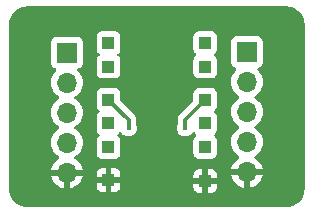
<source format=gbl>
%TF.GenerationSoftware,KiCad,Pcbnew,8.0.3*%
%TF.CreationDate,2024-08-04T06:55:43+12:00*%
%TF.ProjectId,sot23-6,736f7432-332d-4362-9e6b-696361645f70,rev?*%
%TF.SameCoordinates,Original*%
%TF.FileFunction,Copper,L2,Bot*%
%TF.FilePolarity,Positive*%
%FSLAX46Y46*%
G04 Gerber Fmt 4.6, Leading zero omitted, Abs format (unit mm)*
G04 Created by KiCad (PCBNEW 8.0.3) date 2024-08-04 06:55:43*
%MOMM*%
%LPD*%
G01*
G04 APERTURE LIST*
%TA.AperFunction,ComponentPad*%
%ADD10R,1.000000X1.000000*%
%TD*%
%TA.AperFunction,ComponentPad*%
%ADD11R,1.700000X1.700000*%
%TD*%
%TA.AperFunction,ComponentPad*%
%ADD12O,1.700000X1.700000*%
%TD*%
%TA.AperFunction,ViaPad*%
%ADD13C,0.600000*%
%TD*%
%TA.AperFunction,ViaPad*%
%ADD14C,0.400000*%
%TD*%
%TA.AperFunction,Conductor*%
%ADD15C,0.300000*%
%TD*%
%ADD16C,0.300000*%
%ADD17C,0.200000*%
%ADD18C,0.350000*%
G04 APERTURE END LIST*
D10*
%TO.P,TP105,1,1*%
%TO.N,Net-(J101-Pin_2)*%
X-27100000Y-13400000D03*
%TD*%
%TO.P,TP102,1,1*%
%TO.N,Net-(J101-Pin_1)*%
X-27100000Y-10600000D03*
%TD*%
%TO.P,TP103,1,1*%
%TO.N,Net-(J102-Pin_1)*%
X-18900000Y-10600000D03*
%TD*%
%TO.P,TP104,1,1*%
%TO.N,Net-(J102-Pin_1)*%
X-18900000Y-8600000D03*
%TD*%
%TO.P,TP107,1,1*%
%TO.N,Net-(J101-Pin_4)*%
X-27100000Y-17400000D03*
%TD*%
%TO.P,TP108,1,1*%
%TO.N,Net-(J102-Pin_4)*%
X-18900000Y-17400000D03*
%TD*%
%TO.P,TP110,1,1*%
%TO.N,Net-(J102-Pin_2)*%
X-18900000Y-13400000D03*
%TD*%
%TO.P,TP111,1,1*%
%TO.N,GND*%
X-27100000Y-20200000D03*
%TD*%
%TO.P,TP109,1,1*%
%TO.N,Net-(J102-Pin_3)*%
X-18900000Y-15400000D03*
%TD*%
%TO.P,TP112,1,1*%
%TO.N,GND*%
X-18900000Y-20300000D03*
%TD*%
%TO.P,TP106,1,1*%
%TO.N,Net-(J101-Pin_3)*%
X-27100000Y-15400000D03*
%TD*%
%TO.P,TP101,1,1*%
%TO.N,Net-(J101-Pin_1)*%
X-27100000Y-8600000D03*
%TD*%
D11*
%TO.P,J102,1,Pin_1*%
%TO.N,Net-(J102-Pin_1)*%
X-15380000Y-9360000D03*
D12*
%TO.P,J102,2,Pin_2*%
%TO.N,Net-(J102-Pin_2)*%
X-15380000Y-11900000D03*
%TO.P,J102,3,Pin_3*%
%TO.N,Net-(J102-Pin_3)*%
X-15380000Y-14440000D03*
%TO.P,J102,4,Pin_4*%
%TO.N,Net-(J102-Pin_4)*%
X-15380000Y-16980000D03*
%TO.P,J102,5,Pin_5*%
%TO.N,GND*%
X-15380000Y-19520000D03*
%TD*%
D11*
%TO.P,J101,1,Pin_1*%
%TO.N,Net-(J101-Pin_1)*%
X-30620000Y-9420000D03*
D12*
%TO.P,J101,2,Pin_2*%
%TO.N,Net-(J101-Pin_2)*%
X-30620000Y-11960000D03*
%TO.P,J101,3,Pin_3*%
%TO.N,Net-(J101-Pin_3)*%
X-30620000Y-14500000D03*
%TO.P,J101,4,Pin_4*%
%TO.N,Net-(J101-Pin_4)*%
X-30620000Y-17040000D03*
%TO.P,J101,5,Pin_5*%
%TO.N,GND*%
X-30620000Y-19580000D03*
%TD*%
D13*
%TO.N,GND*%
X-21000000Y-22000000D03*
D14*
X-20500000Y-13840380D03*
D13*
X-27000000Y-22000000D03*
X-29000000Y-6000000D03*
X-27000000Y-6000000D03*
X-13000000Y-22000000D03*
X-21000000Y-6000000D03*
X-25000000Y-6000000D03*
X-11000000Y-8000000D03*
X-35000000Y-20000000D03*
D14*
X-23000000Y-11200000D03*
D13*
X-35000000Y-10000000D03*
D14*
X-25437500Y-13837500D03*
D13*
X-13000000Y-6000000D03*
X-15000000Y-6000000D03*
X-35000000Y-18000000D03*
X-11000000Y-12000000D03*
X-19000000Y-22000000D03*
X-35000000Y-12000000D03*
D14*
X-23000000Y-14800000D03*
D13*
X-17000000Y-22000000D03*
X-19000000Y-6000000D03*
X-25000000Y-22000000D03*
X-33000000Y-6000000D03*
X-31000000Y-6000000D03*
D14*
X-25800000Y-13100000D03*
D13*
X-31000000Y-22000000D03*
X-33000000Y-22000000D03*
X-11000000Y-14000000D03*
X-35000000Y-14000000D03*
X-35000000Y-8000000D03*
X-15000000Y-22000000D03*
X-11000000Y-20000000D03*
X-29000000Y-22000000D03*
D14*
X-20200000Y-13100000D03*
D13*
X-11000000Y-10000000D03*
X-23000000Y-22000000D03*
X-23000000Y-6000000D03*
X-17000000Y-6000000D03*
X-11000000Y-18000000D03*
X-35000000Y-16000000D03*
X-11000000Y-16000000D03*
D14*
%TO.N,Net-(J101-Pin_2)*%
X-25400000Y-15800000D03*
%TO.N,Net-(J102-Pin_2)*%
X-20600000Y-15800000D03*
%TD*%
D15*
%TO.N,Net-(J101-Pin_2)*%
X-25400000Y-15100000D02*
X-27100000Y-13400000D01*
X-25400000Y-15800000D02*
X-25400000Y-15100000D01*
%TO.N,Net-(J102-Pin_2)*%
X-20600000Y-15100000D02*
X-20600000Y-15800000D01*
X-18900000Y-13400000D02*
X-20600000Y-15100000D01*
%TD*%
%TA.AperFunction,Conductor*%
%TO.N,GND*%
G36*
X-11995582Y-5500816D02*
G01*
X-11795439Y-5515130D01*
X-11777937Y-5517647D01*
X-11586203Y-5559355D01*
X-11569245Y-5564334D01*
X-11385391Y-5632909D01*
X-11369299Y-5640259D01*
X-11197096Y-5734288D01*
X-11182216Y-5743849D01*
X-11025133Y-5861441D01*
X-11011763Y-5873027D01*
X-10873028Y-6011762D01*
X-10861442Y-6025132D01*
X-10743854Y-6182210D01*
X-10734289Y-6197095D01*
X-10640260Y-6369298D01*
X-10632910Y-6385390D01*
X-10564338Y-6569236D01*
X-10559354Y-6586212D01*
X-10517649Y-6777931D01*
X-10515131Y-6795442D01*
X-10500816Y-6995580D01*
X-10500500Y-7004427D01*
X-10500500Y-20995572D01*
X-10500816Y-21004419D01*
X-10515131Y-21204557D01*
X-10517649Y-21222068D01*
X-10559354Y-21413787D01*
X-10564338Y-21430763D01*
X-10632910Y-21614609D01*
X-10640260Y-21630701D01*
X-10734289Y-21802904D01*
X-10743854Y-21817789D01*
X-10861442Y-21974867D01*
X-10873028Y-21988237D01*
X-11011763Y-22126972D01*
X-11025133Y-22138558D01*
X-11182211Y-22256146D01*
X-11197096Y-22265711D01*
X-11369299Y-22359740D01*
X-11385391Y-22367090D01*
X-11569237Y-22435662D01*
X-11586213Y-22440646D01*
X-11777932Y-22482351D01*
X-11795443Y-22484869D01*
X-11976221Y-22497799D01*
X-11995583Y-22499184D01*
X-12004428Y-22499500D01*
X-33995572Y-22499500D01*
X-34004418Y-22499184D01*
X-34026378Y-22497613D01*
X-34204558Y-22484869D01*
X-34222069Y-22482351D01*
X-34413788Y-22440646D01*
X-34430764Y-22435662D01*
X-34614610Y-22367090D01*
X-34630702Y-22359740D01*
X-34802905Y-22265711D01*
X-34817790Y-22256146D01*
X-34974868Y-22138558D01*
X-34988238Y-22126972D01*
X-35126973Y-21988237D01*
X-35138559Y-21974867D01*
X-35256151Y-21817784D01*
X-35265712Y-21802904D01*
X-35359741Y-21630701D01*
X-35367091Y-21614609D01*
X-35427909Y-21451551D01*
X-35435666Y-21430755D01*
X-35440645Y-21413797D01*
X-35482353Y-21222063D01*
X-35484870Y-21204556D01*
X-35485196Y-21200000D01*
X-35499184Y-21004418D01*
X-35499500Y-20995572D01*
X-35499500Y-11959999D01*
X-31975659Y-11959999D01*
X-31975659Y-11960000D01*
X-31955064Y-12195403D01*
X-31955062Y-12195413D01*
X-31893906Y-12423655D01*
X-31893904Y-12423659D01*
X-31893903Y-12423663D01*
X-31822012Y-12577834D01*
X-31794035Y-12637830D01*
X-31794033Y-12637834D01*
X-31658499Y-12831395D01*
X-31658494Y-12831402D01*
X-31491403Y-12998493D01*
X-31491397Y-12998498D01*
X-31305842Y-13128425D01*
X-31262217Y-13183002D01*
X-31255023Y-13252500D01*
X-31286546Y-13314855D01*
X-31305842Y-13331575D01*
X-31491403Y-13461505D01*
X-31658495Y-13628597D01*
X-31794035Y-13822169D01*
X-31794036Y-13822171D01*
X-31893902Y-14036335D01*
X-31893906Y-14036344D01*
X-31955062Y-14264586D01*
X-31955064Y-14264596D01*
X-31975659Y-14499999D01*
X-31975659Y-14500000D01*
X-31955064Y-14735403D01*
X-31955062Y-14735413D01*
X-31893906Y-14963655D01*
X-31893904Y-14963659D01*
X-31893903Y-14963663D01*
X-31822012Y-15117834D01*
X-31794035Y-15177830D01*
X-31794033Y-15177834D01*
X-31658499Y-15371395D01*
X-31658494Y-15371402D01*
X-31491403Y-15538493D01*
X-31491397Y-15538498D01*
X-31305842Y-15668425D01*
X-31262217Y-15723002D01*
X-31255023Y-15792500D01*
X-31286546Y-15854855D01*
X-31305842Y-15871575D01*
X-31491403Y-16001505D01*
X-31658495Y-16168597D01*
X-31794035Y-16362169D01*
X-31794036Y-16362171D01*
X-31893902Y-16576335D01*
X-31893906Y-16576344D01*
X-31955062Y-16804586D01*
X-31955064Y-16804596D01*
X-31975659Y-17039999D01*
X-31975659Y-17040000D01*
X-31955064Y-17275403D01*
X-31955062Y-17275413D01*
X-31893906Y-17503655D01*
X-31893904Y-17503659D01*
X-31893903Y-17503663D01*
X-31822012Y-17657834D01*
X-31794035Y-17717830D01*
X-31794033Y-17717834D01*
X-31658499Y-17911395D01*
X-31658494Y-17911402D01*
X-31491403Y-18078493D01*
X-31491397Y-18078498D01*
X-31305406Y-18208730D01*
X-31261781Y-18263307D01*
X-31254587Y-18332805D01*
X-31286110Y-18395160D01*
X-31305405Y-18411880D01*
X-31491078Y-18541890D01*
X-31491080Y-18541891D01*
X-31658109Y-18708920D01*
X-31658114Y-18708926D01*
X-31793600Y-18902420D01*
X-31793601Y-18902422D01*
X-31893430Y-19116507D01*
X-31893433Y-19116513D01*
X-31950636Y-19329999D01*
X-31950636Y-19330000D01*
X-31053012Y-19330000D01*
X-31085925Y-19387007D01*
X-31120000Y-19514174D01*
X-31120000Y-19645826D01*
X-31085925Y-19772993D01*
X-31053012Y-19830000D01*
X-31950636Y-19830000D01*
X-31893433Y-20043486D01*
X-31893430Y-20043492D01*
X-31793601Y-20257578D01*
X-31658106Y-20451082D01*
X-31491083Y-20618105D01*
X-31297579Y-20753600D01*
X-31083493Y-20853429D01*
X-31083484Y-20853433D01*
X-30870000Y-20910634D01*
X-30870000Y-20013012D01*
X-30812993Y-20045925D01*
X-30685826Y-20080000D01*
X-30554174Y-20080000D01*
X-30427007Y-20045925D01*
X-30370000Y-20013012D01*
X-30370000Y-20910633D01*
X-30156517Y-20853433D01*
X-30156508Y-20853429D01*
X-29942422Y-20753600D01*
X-29934202Y-20747844D01*
X-28100000Y-20747844D01*
X-28093599Y-20807372D01*
X-28093597Y-20807379D01*
X-28043355Y-20942086D01*
X-28043351Y-20942093D01*
X-27957191Y-21057187D01*
X-27957188Y-21057190D01*
X-27842094Y-21143350D01*
X-27842087Y-21143354D01*
X-27707380Y-21193596D01*
X-27707373Y-21193598D01*
X-27647845Y-21199999D01*
X-27647828Y-21200000D01*
X-27350000Y-21200000D01*
X-26850000Y-21200000D01*
X-26552172Y-21200000D01*
X-26552156Y-21199999D01*
X-26492628Y-21193598D01*
X-26492621Y-21193596D01*
X-26357914Y-21143354D01*
X-26357907Y-21143350D01*
X-26242813Y-21057190D01*
X-26242810Y-21057187D01*
X-26156650Y-20942093D01*
X-26156646Y-20942086D01*
X-26121496Y-20847844D01*
X-19900000Y-20847844D01*
X-19893599Y-20907372D01*
X-19893597Y-20907379D01*
X-19843355Y-21042086D01*
X-19843351Y-21042093D01*
X-19757191Y-21157187D01*
X-19757188Y-21157190D01*
X-19642094Y-21243350D01*
X-19642087Y-21243354D01*
X-19507380Y-21293596D01*
X-19507373Y-21293598D01*
X-19447845Y-21299999D01*
X-19447828Y-21300000D01*
X-19150000Y-21300000D01*
X-18650000Y-21300000D01*
X-18352172Y-21300000D01*
X-18352156Y-21299999D01*
X-18292628Y-21293598D01*
X-18292621Y-21293596D01*
X-18157914Y-21243354D01*
X-18157907Y-21243350D01*
X-18042813Y-21157190D01*
X-18042810Y-21157187D01*
X-17956650Y-21042093D01*
X-17956646Y-21042086D01*
X-17906404Y-20907379D01*
X-17906402Y-20907372D01*
X-17900001Y-20847844D01*
X-17900000Y-20847827D01*
X-17900000Y-20550000D01*
X-18650000Y-20550000D01*
X-18650000Y-21300000D01*
X-19150000Y-21300000D01*
X-19150000Y-20550000D01*
X-19900000Y-20550000D01*
X-19900000Y-20847844D01*
X-26121496Y-20847844D01*
X-26106404Y-20807379D01*
X-26106402Y-20807372D01*
X-26100001Y-20747844D01*
X-26100000Y-20747827D01*
X-26100000Y-20450000D01*
X-26850000Y-20450000D01*
X-26850000Y-21200000D01*
X-27350000Y-21200000D01*
X-27350000Y-20450000D01*
X-28100000Y-20450000D01*
X-28100000Y-20747844D01*
X-29934202Y-20747844D01*
X-29748918Y-20618105D01*
X-29581895Y-20451082D01*
X-29446400Y-20257578D01*
X-29396363Y-20150272D01*
X-27350000Y-20150272D01*
X-27350000Y-20249728D01*
X-27311940Y-20341614D01*
X-27241614Y-20411940D01*
X-27149728Y-20450000D01*
X-27050272Y-20450000D01*
X-26958386Y-20411940D01*
X-26888060Y-20341614D01*
X-26850225Y-20250272D01*
X-19150000Y-20250272D01*
X-19150000Y-20349728D01*
X-19111940Y-20441614D01*
X-19041614Y-20511940D01*
X-18949728Y-20550000D01*
X-18850272Y-20550000D01*
X-18758386Y-20511940D01*
X-18688060Y-20441614D01*
X-18650000Y-20349728D01*
X-18650000Y-20250272D01*
X-18688060Y-20158386D01*
X-18758386Y-20088060D01*
X-18850272Y-20050000D01*
X-18650000Y-20050000D01*
X-17900000Y-20050000D01*
X-17900000Y-19752172D01*
X-17900001Y-19752155D01*
X-17906402Y-19692627D01*
X-17906404Y-19692620D01*
X-17956646Y-19557913D01*
X-17956650Y-19557906D01*
X-18042810Y-19442812D01*
X-18042813Y-19442809D01*
X-18157907Y-19356649D01*
X-18157914Y-19356645D01*
X-18292621Y-19306403D01*
X-18292628Y-19306401D01*
X-18352156Y-19300000D01*
X-18650000Y-19300000D01*
X-18650000Y-20050000D01*
X-18850272Y-20050000D01*
X-18949728Y-20050000D01*
X-19041614Y-20088060D01*
X-19111940Y-20158386D01*
X-19150000Y-20250272D01*
X-26850225Y-20250272D01*
X-26850000Y-20249728D01*
X-26850000Y-20150272D01*
X-26888060Y-20058386D01*
X-26958386Y-19988060D01*
X-27050272Y-19950000D01*
X-26850000Y-19950000D01*
X-26100000Y-19950000D01*
X-26100000Y-19752155D01*
X-19900000Y-19752155D01*
X-19900000Y-20050000D01*
X-19150000Y-20050000D01*
X-19150000Y-19300000D01*
X-19447845Y-19300000D01*
X-19507373Y-19306401D01*
X-19507380Y-19306403D01*
X-19642087Y-19356645D01*
X-19642094Y-19356649D01*
X-19757188Y-19442809D01*
X-19757191Y-19442812D01*
X-19843351Y-19557906D01*
X-19843355Y-19557913D01*
X-19893597Y-19692620D01*
X-19893599Y-19692627D01*
X-19900000Y-19752155D01*
X-26100000Y-19752155D01*
X-26100000Y-19652172D01*
X-26100001Y-19652155D01*
X-26106402Y-19592627D01*
X-26106404Y-19592620D01*
X-26156646Y-19457913D01*
X-26156650Y-19457906D01*
X-26242810Y-19342812D01*
X-26242813Y-19342809D01*
X-26357907Y-19256649D01*
X-26357914Y-19256645D01*
X-26492621Y-19206403D01*
X-26492628Y-19206401D01*
X-26552156Y-19200000D01*
X-26850000Y-19200000D01*
X-26850000Y-19950000D01*
X-27050272Y-19950000D01*
X-27149728Y-19950000D01*
X-27241614Y-19988060D01*
X-27311940Y-20058386D01*
X-27350000Y-20150272D01*
X-29396363Y-20150272D01*
X-29346571Y-20043492D01*
X-29346568Y-20043486D01*
X-29289364Y-19830000D01*
X-30186988Y-19830000D01*
X-30154075Y-19772993D01*
X-30121696Y-19652155D01*
X-28100000Y-19652155D01*
X-28100000Y-19950000D01*
X-27350000Y-19950000D01*
X-27350000Y-19200000D01*
X-27647845Y-19200000D01*
X-27707373Y-19206401D01*
X-27707380Y-19206403D01*
X-27842087Y-19256645D01*
X-27842094Y-19256649D01*
X-27957188Y-19342809D01*
X-27957191Y-19342812D01*
X-28043351Y-19457906D01*
X-28043355Y-19457913D01*
X-28093597Y-19592620D01*
X-28093599Y-19592627D01*
X-28100000Y-19652155D01*
X-30121696Y-19652155D01*
X-30120000Y-19645826D01*
X-30120000Y-19514174D01*
X-30154075Y-19387007D01*
X-30186988Y-19330000D01*
X-29289364Y-19330000D01*
X-29289365Y-19329999D01*
X-29346568Y-19116513D01*
X-29346571Y-19116507D01*
X-29446400Y-18902422D01*
X-29446401Y-18902420D01*
X-29581887Y-18708926D01*
X-29581892Y-18708920D01*
X-29748922Y-18541890D01*
X-29934595Y-18411879D01*
X-29978220Y-18357302D01*
X-29985412Y-18287804D01*
X-29953890Y-18225449D01*
X-29934594Y-18208730D01*
X-29926849Y-18203307D01*
X-29748599Y-18078495D01*
X-29581505Y-17911401D01*
X-29445965Y-17717830D01*
X-29346097Y-17503663D01*
X-29284937Y-17275408D01*
X-29264341Y-17040000D01*
X-29284937Y-16804592D01*
X-29346097Y-16576337D01*
X-29445965Y-16362171D01*
X-29487978Y-16302169D01*
X-29581506Y-16168597D01*
X-29748598Y-16001506D01*
X-29748604Y-16001501D01*
X-29934158Y-15871575D01*
X-29977783Y-15816998D01*
X-29984977Y-15747500D01*
X-29953454Y-15685145D01*
X-29934158Y-15668425D01*
X-29911974Y-15652891D01*
X-29748599Y-15538495D01*
X-29581505Y-15371401D01*
X-29445965Y-15177830D01*
X-29346097Y-14963663D01*
X-29284937Y-14735408D01*
X-29264341Y-14500000D01*
X-29284937Y-14264592D01*
X-29346097Y-14036337D01*
X-29445965Y-13822171D01*
X-29487978Y-13762169D01*
X-29581506Y-13628597D01*
X-29748598Y-13461506D01*
X-29748604Y-13461501D01*
X-29934158Y-13331575D01*
X-29977783Y-13276998D01*
X-29984977Y-13207500D01*
X-29953454Y-13145145D01*
X-29934158Y-13128425D01*
X-29856481Y-13074035D01*
X-29748599Y-12998495D01*
X-29602239Y-12852135D01*
X-28100500Y-12852135D01*
X-28100500Y-13947870D01*
X-28100499Y-13947876D01*
X-28094092Y-14007483D01*
X-28043798Y-14142328D01*
X-28043794Y-14142335D01*
X-27957548Y-14257544D01*
X-27957547Y-14257544D01*
X-27957546Y-14257546D01*
X-27948128Y-14264596D01*
X-27899855Y-14300734D01*
X-27857985Y-14356668D01*
X-27853001Y-14426360D01*
X-27886487Y-14487683D01*
X-27899855Y-14499266D01*
X-27957548Y-14542455D01*
X-28043794Y-14657664D01*
X-28043798Y-14657671D01*
X-28094092Y-14792517D01*
X-28100499Y-14852116D01*
X-28100499Y-14852123D01*
X-28100500Y-14852135D01*
X-28100500Y-15947870D01*
X-28100499Y-15947876D01*
X-28094092Y-16007483D01*
X-28043798Y-16142328D01*
X-28043794Y-16142335D01*
X-27957548Y-16257544D01*
X-27957547Y-16257544D01*
X-27957546Y-16257546D01*
X-27943677Y-16267928D01*
X-27899855Y-16300734D01*
X-27857985Y-16356668D01*
X-27853001Y-16426360D01*
X-27886487Y-16487683D01*
X-27899855Y-16499266D01*
X-27957548Y-16542455D01*
X-28043794Y-16657664D01*
X-28043798Y-16657671D01*
X-28094092Y-16792517D01*
X-28100499Y-16852116D01*
X-28100499Y-16852123D01*
X-28100500Y-16852135D01*
X-28100500Y-17947870D01*
X-28100499Y-17947876D01*
X-28094092Y-18007483D01*
X-28043798Y-18142328D01*
X-28043794Y-18142335D01*
X-27957548Y-18257544D01*
X-27957545Y-18257547D01*
X-27842336Y-18343793D01*
X-27842329Y-18343797D01*
X-27707483Y-18394091D01*
X-27707484Y-18394091D01*
X-27700556Y-18394835D01*
X-27647873Y-18400500D01*
X-26552128Y-18400499D01*
X-26492517Y-18394091D01*
X-26357669Y-18343796D01*
X-26242454Y-18257546D01*
X-26156204Y-18142331D01*
X-26105909Y-18007483D01*
X-26099500Y-17947873D01*
X-26099501Y-16852128D01*
X-26105909Y-16792517D01*
X-26156204Y-16657669D01*
X-26156205Y-16657668D01*
X-26156207Y-16657664D01*
X-26242453Y-16542456D01*
X-26242452Y-16542456D01*
X-26242454Y-16542454D01*
X-26300146Y-16499265D01*
X-26342016Y-16443333D01*
X-26347000Y-16373641D01*
X-26313515Y-16312318D01*
X-26300146Y-16300734D01*
X-26242454Y-16257546D01*
X-26186025Y-16182165D01*
X-26130092Y-16140296D01*
X-26060400Y-16135312D01*
X-25999077Y-16168797D01*
X-25984712Y-16186034D01*
X-25928183Y-16267929D01*
X-25828017Y-16356668D01*
X-25800850Y-16380736D01*
X-25650227Y-16459789D01*
X-25650225Y-16459790D01*
X-25485056Y-16500500D01*
X-25314944Y-16500500D01*
X-25149775Y-16459790D01*
X-25024597Y-16394091D01*
X-24999151Y-16380736D01*
X-24999150Y-16380734D01*
X-24999148Y-16380734D01*
X-24871817Y-16267929D01*
X-24775182Y-16127930D01*
X-24714860Y-15968872D01*
X-24694355Y-15800000D01*
X-21305645Y-15800000D01*
X-21285141Y-15968869D01*
X-21285140Y-15968874D01*
X-21224818Y-16127931D01*
X-21184709Y-16186038D01*
X-21128183Y-16267929D01*
X-21028017Y-16356668D01*
X-21000850Y-16380736D01*
X-20850227Y-16459789D01*
X-20850225Y-16459790D01*
X-20685056Y-16500500D01*
X-20514944Y-16500500D01*
X-20349775Y-16459790D01*
X-20224597Y-16394091D01*
X-20199151Y-16380736D01*
X-20199150Y-16380734D01*
X-20199148Y-16380734D01*
X-20071817Y-16267929D01*
X-20015291Y-16186036D01*
X-19961009Y-16142048D01*
X-19891561Y-16134388D01*
X-19828996Y-16165491D01*
X-19813976Y-16182166D01*
X-19757546Y-16257546D01*
X-19718876Y-16286494D01*
X-19699855Y-16300734D01*
X-19657985Y-16356668D01*
X-19653001Y-16426360D01*
X-19686487Y-16487683D01*
X-19699855Y-16499266D01*
X-19757548Y-16542455D01*
X-19843794Y-16657664D01*
X-19843798Y-16657671D01*
X-19894092Y-16792517D01*
X-19900499Y-16852116D01*
X-19900499Y-16852123D01*
X-19900500Y-16852135D01*
X-19900500Y-17947870D01*
X-19900499Y-17947876D01*
X-19894092Y-18007483D01*
X-19843798Y-18142328D01*
X-19843794Y-18142335D01*
X-19757548Y-18257544D01*
X-19757545Y-18257547D01*
X-19642336Y-18343793D01*
X-19642329Y-18343797D01*
X-19507483Y-18394091D01*
X-19507484Y-18394091D01*
X-19500556Y-18394835D01*
X-19447873Y-18400500D01*
X-18352128Y-18400499D01*
X-18292517Y-18394091D01*
X-18157669Y-18343796D01*
X-18042454Y-18257546D01*
X-17956204Y-18142331D01*
X-17905909Y-18007483D01*
X-17899500Y-17947873D01*
X-17899501Y-16852128D01*
X-17905909Y-16792517D01*
X-17956204Y-16657669D01*
X-17956205Y-16657668D01*
X-17956207Y-16657664D01*
X-18042453Y-16542456D01*
X-18042452Y-16542456D01*
X-18042454Y-16542454D01*
X-18100146Y-16499265D01*
X-18142016Y-16443333D01*
X-18147000Y-16373641D01*
X-18113515Y-16312318D01*
X-18100146Y-16300734D01*
X-18042454Y-16257546D01*
X-17956204Y-16142331D01*
X-17905909Y-16007483D01*
X-17899500Y-15947873D01*
X-17899501Y-14852128D01*
X-17905909Y-14792517D01*
X-17945887Y-14685331D01*
X-17956203Y-14657671D01*
X-17956207Y-14657664D01*
X-18042453Y-14542456D01*
X-18042452Y-14542456D01*
X-18042454Y-14542454D01*
X-18100146Y-14499265D01*
X-18142016Y-14443333D01*
X-18147000Y-14373641D01*
X-18113515Y-14312318D01*
X-18100146Y-14300734D01*
X-18042454Y-14257546D01*
X-17956204Y-14142331D01*
X-17905909Y-14007483D01*
X-17899500Y-13947873D01*
X-17899501Y-12852128D01*
X-17905909Y-12792517D01*
X-17913785Y-12771401D01*
X-17956203Y-12657671D01*
X-17956207Y-12657664D01*
X-18042453Y-12542455D01*
X-18042456Y-12542452D01*
X-18157665Y-12456206D01*
X-18157672Y-12456202D01*
X-18292518Y-12405908D01*
X-18292517Y-12405908D01*
X-18352117Y-12399501D01*
X-18352119Y-12399500D01*
X-18352127Y-12399500D01*
X-18352136Y-12399500D01*
X-19447871Y-12399500D01*
X-19447877Y-12399501D01*
X-19507484Y-12405908D01*
X-19642329Y-12456202D01*
X-19642336Y-12456206D01*
X-19757545Y-12542452D01*
X-19757548Y-12542455D01*
X-19843794Y-12657664D01*
X-19843798Y-12657671D01*
X-19894092Y-12792517D01*
X-19898271Y-12831395D01*
X-19900499Y-12852123D01*
X-19900500Y-12852135D01*
X-19900500Y-13429191D01*
X-19920185Y-13496230D01*
X-19936819Y-13516872D01*
X-21105273Y-14685325D01*
X-21105274Y-14685326D01*
X-21176467Y-14791876D01*
X-21225501Y-14910255D01*
X-21225503Y-14910261D01*
X-21250500Y-15035928D01*
X-21250500Y-15517065D01*
X-21258558Y-15561035D01*
X-21285139Y-15631122D01*
X-21285141Y-15631130D01*
X-21305645Y-15800000D01*
X-24694355Y-15800000D01*
X-24714860Y-15631128D01*
X-24741442Y-15561035D01*
X-24749500Y-15517065D01*
X-24749500Y-15035928D01*
X-24774498Y-14910261D01*
X-24774499Y-14910260D01*
X-24774499Y-14910256D01*
X-24823535Y-14791873D01*
X-24823560Y-14791835D01*
X-24894723Y-14685331D01*
X-24894725Y-14685329D01*
X-24894727Y-14685326D01*
X-26063182Y-13516871D01*
X-26096667Y-13455548D01*
X-26099501Y-13429190D01*
X-26099501Y-12852129D01*
X-26099502Y-12852123D01*
X-26099503Y-12852116D01*
X-26105909Y-12792517D01*
X-26113785Y-12771401D01*
X-26156203Y-12657671D01*
X-26156207Y-12657664D01*
X-26242453Y-12542455D01*
X-26242456Y-12542452D01*
X-26357665Y-12456206D01*
X-26357672Y-12456202D01*
X-26492518Y-12405908D01*
X-26492517Y-12405908D01*
X-26552117Y-12399501D01*
X-26552119Y-12399500D01*
X-26552127Y-12399500D01*
X-26552136Y-12399500D01*
X-27647871Y-12399500D01*
X-27647877Y-12399501D01*
X-27707484Y-12405908D01*
X-27842329Y-12456202D01*
X-27842336Y-12456206D01*
X-27957545Y-12542452D01*
X-27957548Y-12542455D01*
X-28043794Y-12657664D01*
X-28043798Y-12657671D01*
X-28094092Y-12792517D01*
X-28098271Y-12831395D01*
X-28100499Y-12852123D01*
X-28100500Y-12852135D01*
X-29602239Y-12852135D01*
X-29581505Y-12831401D01*
X-29445965Y-12637830D01*
X-29346097Y-12423663D01*
X-29284937Y-12195408D01*
X-29264341Y-11960000D01*
X-29269591Y-11899999D01*
X-16735659Y-11899999D01*
X-16735659Y-11900000D01*
X-16715064Y-12135403D01*
X-16715062Y-12135413D01*
X-16653906Y-12363655D01*
X-16653904Y-12363659D01*
X-16653903Y-12363663D01*
X-16634203Y-12405909D01*
X-16554035Y-12577830D01*
X-16554033Y-12577834D01*
X-16418499Y-12771395D01*
X-16418494Y-12771402D01*
X-16251403Y-12938493D01*
X-16251397Y-12938498D01*
X-16065842Y-13068425D01*
X-16022217Y-13123002D01*
X-16015023Y-13192500D01*
X-16046546Y-13254855D01*
X-16065842Y-13271575D01*
X-16251403Y-13401505D01*
X-16418495Y-13568597D01*
X-16554035Y-13762169D01*
X-16554036Y-13762171D01*
X-16653902Y-13976335D01*
X-16653906Y-13976344D01*
X-16715062Y-14204586D01*
X-16715064Y-14204596D01*
X-16735659Y-14439999D01*
X-16735659Y-14440000D01*
X-16715064Y-14675403D01*
X-16715062Y-14675413D01*
X-16653906Y-14903655D01*
X-16653904Y-14903659D01*
X-16653903Y-14903663D01*
X-16592225Y-15035931D01*
X-16554035Y-15117830D01*
X-16554033Y-15117834D01*
X-16418499Y-15311395D01*
X-16418494Y-15311402D01*
X-16251403Y-15478493D01*
X-16251397Y-15478498D01*
X-16065842Y-15608425D01*
X-16022217Y-15663002D01*
X-16015023Y-15732500D01*
X-16046546Y-15794855D01*
X-16065842Y-15811575D01*
X-16251403Y-15941505D01*
X-16418495Y-16108597D01*
X-16554035Y-16302169D01*
X-16554036Y-16302171D01*
X-16653902Y-16516335D01*
X-16653906Y-16516344D01*
X-16715062Y-16744586D01*
X-16715064Y-16744596D01*
X-16735659Y-16979999D01*
X-16735659Y-16980000D01*
X-16715064Y-17215403D01*
X-16715062Y-17215413D01*
X-16653906Y-17443655D01*
X-16653904Y-17443659D01*
X-16653903Y-17443663D01*
X-16625928Y-17503655D01*
X-16554035Y-17657830D01*
X-16554033Y-17657834D01*
X-16418499Y-17851395D01*
X-16418494Y-17851402D01*
X-16251403Y-18018493D01*
X-16251397Y-18018498D01*
X-16065406Y-18148730D01*
X-16021781Y-18203307D01*
X-16014587Y-18272805D01*
X-16046110Y-18335160D01*
X-16065405Y-18351880D01*
X-16251078Y-18481890D01*
X-16251080Y-18481891D01*
X-16418109Y-18648920D01*
X-16418114Y-18648926D01*
X-16553600Y-18842420D01*
X-16553601Y-18842422D01*
X-16653430Y-19056507D01*
X-16653433Y-19056513D01*
X-16710636Y-19269999D01*
X-16710636Y-19270000D01*
X-15813012Y-19270000D01*
X-15845925Y-19327007D01*
X-15880000Y-19454174D01*
X-15880000Y-19585826D01*
X-15845925Y-19712993D01*
X-15813012Y-19770000D01*
X-16710636Y-19770000D01*
X-16653433Y-19983486D01*
X-16653430Y-19983492D01*
X-16553601Y-20197578D01*
X-16418106Y-20391082D01*
X-16251083Y-20558105D01*
X-16057579Y-20693600D01*
X-15843493Y-20793429D01*
X-15843484Y-20793433D01*
X-15630000Y-20850634D01*
X-15630000Y-19953012D01*
X-15572993Y-19985925D01*
X-15445826Y-20020000D01*
X-15314174Y-20020000D01*
X-15187007Y-19985925D01*
X-15130000Y-19953012D01*
X-15130000Y-20850633D01*
X-14916517Y-20793433D01*
X-14916508Y-20793429D01*
X-14702422Y-20693600D01*
X-14508918Y-20558105D01*
X-14341895Y-20391082D01*
X-14206400Y-20197578D01*
X-14106571Y-19983492D01*
X-14106568Y-19983486D01*
X-14049364Y-19770000D01*
X-14946988Y-19770000D01*
X-14914075Y-19712993D01*
X-14880000Y-19585826D01*
X-14880000Y-19454174D01*
X-14914075Y-19327007D01*
X-14946988Y-19270000D01*
X-14049364Y-19270000D01*
X-14049365Y-19269999D01*
X-14106568Y-19056513D01*
X-14106571Y-19056507D01*
X-14206400Y-18842422D01*
X-14206401Y-18842420D01*
X-14341887Y-18648926D01*
X-14341892Y-18648920D01*
X-14508922Y-18481890D01*
X-14694595Y-18351879D01*
X-14738220Y-18297302D01*
X-14745412Y-18227804D01*
X-14713890Y-18165449D01*
X-14694594Y-18148730D01*
X-14685451Y-18142328D01*
X-14508599Y-18018495D01*
X-14341505Y-17851401D01*
X-14205965Y-17657830D01*
X-14106097Y-17443663D01*
X-14044937Y-17215408D01*
X-14024341Y-16980000D01*
X-14044937Y-16744592D01*
X-14091374Y-16571285D01*
X-14106095Y-16516344D01*
X-14106096Y-16516343D01*
X-14106097Y-16516337D01*
X-14205965Y-16302171D01*
X-14206971Y-16300733D01*
X-14341506Y-16108597D01*
X-14508598Y-15941506D01*
X-14508604Y-15941501D01*
X-14694158Y-15811575D01*
X-14737783Y-15756998D01*
X-14744977Y-15687500D01*
X-14713454Y-15625145D01*
X-14694158Y-15608425D01*
X-14626478Y-15561035D01*
X-14508599Y-15478495D01*
X-14341505Y-15311401D01*
X-14205965Y-15117830D01*
X-14106097Y-14903663D01*
X-14044937Y-14675408D01*
X-14024341Y-14440000D01*
X-14044937Y-14204592D01*
X-14106097Y-13976337D01*
X-14205965Y-13762171D01*
X-14299492Y-13628599D01*
X-14341506Y-13568597D01*
X-14508598Y-13401506D01*
X-14508604Y-13401501D01*
X-14694158Y-13271575D01*
X-14737783Y-13216998D01*
X-14744977Y-13147500D01*
X-14713454Y-13085145D01*
X-14694158Y-13068425D01*
X-14594285Y-12998493D01*
X-14508599Y-12938495D01*
X-14341505Y-12771401D01*
X-14205965Y-12577830D01*
X-14106097Y-12363663D01*
X-14044937Y-12135408D01*
X-14024341Y-11900000D01*
X-14044937Y-11664592D01*
X-14106097Y-11436337D01*
X-14205965Y-11222171D01*
X-14216250Y-11207483D01*
X-14341504Y-11028600D01*
X-14341505Y-11028599D01*
X-14463433Y-10906671D01*
X-14496916Y-10845351D01*
X-14491932Y-10775659D01*
X-14450061Y-10719725D01*
X-14419085Y-10702810D01*
X-14287669Y-10653796D01*
X-14172454Y-10567546D01*
X-14086204Y-10452331D01*
X-14035909Y-10317483D01*
X-14029500Y-10257873D01*
X-14029501Y-8462128D01*
X-14035909Y-8402517D01*
X-14063825Y-8327671D01*
X-14086203Y-8267671D01*
X-14086207Y-8267664D01*
X-14172453Y-8152455D01*
X-14172456Y-8152452D01*
X-14287665Y-8066206D01*
X-14287672Y-8066202D01*
X-14422518Y-8015908D01*
X-14422517Y-8015908D01*
X-14482117Y-8009501D01*
X-14482119Y-8009500D01*
X-14482127Y-8009500D01*
X-14482136Y-8009500D01*
X-16277871Y-8009500D01*
X-16277877Y-8009501D01*
X-16337484Y-8015908D01*
X-16472329Y-8066202D01*
X-16472336Y-8066206D01*
X-16587545Y-8152452D01*
X-16587548Y-8152455D01*
X-16673794Y-8267664D01*
X-16673798Y-8267671D01*
X-16724092Y-8402517D01*
X-16730499Y-8462116D01*
X-16730499Y-8462123D01*
X-16730500Y-8462135D01*
X-16730500Y-10257870D01*
X-16730499Y-10257876D01*
X-16724092Y-10317483D01*
X-16673798Y-10452328D01*
X-16673794Y-10452335D01*
X-16587548Y-10567544D01*
X-16587545Y-10567547D01*
X-16472336Y-10653793D01*
X-16472329Y-10653797D01*
X-16340919Y-10702810D01*
X-16284985Y-10744681D01*
X-16260568Y-10810145D01*
X-16275420Y-10878418D01*
X-16296570Y-10906673D01*
X-16418497Y-11028600D01*
X-16554035Y-11222169D01*
X-16554036Y-11222171D01*
X-16653902Y-11436335D01*
X-16653906Y-11436344D01*
X-16715062Y-11664586D01*
X-16715064Y-11664596D01*
X-16735659Y-11899999D01*
X-29269591Y-11899999D01*
X-29284937Y-11724592D01*
X-29346097Y-11496337D01*
X-29445965Y-11282171D01*
X-29487979Y-11222169D01*
X-29581504Y-11088600D01*
X-29641505Y-11028599D01*
X-29703433Y-10966671D01*
X-29736916Y-10905351D01*
X-29731932Y-10835659D01*
X-29690061Y-10779725D01*
X-29659085Y-10762810D01*
X-29527669Y-10713796D01*
X-29412454Y-10627546D01*
X-29326204Y-10512331D01*
X-29275909Y-10377483D01*
X-29269500Y-10317873D01*
X-29269501Y-8522128D01*
X-29275909Y-8462517D01*
X-29276054Y-8462129D01*
X-29326203Y-8327671D01*
X-29326207Y-8327664D01*
X-29412453Y-8212455D01*
X-29412456Y-8212452D01*
X-29527665Y-8126206D01*
X-29527672Y-8126202D01*
X-29662518Y-8075908D01*
X-29662517Y-8075908D01*
X-29722117Y-8069501D01*
X-29722119Y-8069500D01*
X-29722127Y-8069500D01*
X-29722136Y-8069500D01*
X-31517871Y-8069500D01*
X-31517877Y-8069501D01*
X-31577484Y-8075908D01*
X-31712329Y-8126202D01*
X-31712336Y-8126206D01*
X-31827545Y-8212452D01*
X-31827548Y-8212455D01*
X-31913794Y-8327664D01*
X-31913798Y-8327671D01*
X-31964092Y-8462517D01*
X-31970499Y-8522116D01*
X-31970499Y-8522123D01*
X-31970500Y-8522135D01*
X-31970500Y-10317870D01*
X-31970499Y-10317876D01*
X-31964092Y-10377483D01*
X-31913798Y-10512328D01*
X-31913794Y-10512335D01*
X-31827548Y-10627544D01*
X-31827545Y-10627547D01*
X-31712336Y-10713793D01*
X-31712329Y-10713797D01*
X-31580919Y-10762810D01*
X-31524985Y-10804681D01*
X-31500568Y-10870145D01*
X-31515420Y-10938418D01*
X-31536570Y-10966673D01*
X-31658497Y-11088600D01*
X-31794035Y-11282169D01*
X-31794036Y-11282171D01*
X-31893902Y-11496335D01*
X-31893906Y-11496344D01*
X-31955062Y-11724586D01*
X-31955064Y-11724596D01*
X-31975659Y-11959999D01*
X-35499500Y-11959999D01*
X-35499500Y-8052135D01*
X-28100500Y-8052135D01*
X-28100500Y-9147870D01*
X-28100499Y-9147876D01*
X-28094092Y-9207483D01*
X-28043798Y-9342328D01*
X-28043794Y-9342335D01*
X-27957548Y-9457544D01*
X-27957547Y-9457544D01*
X-27957546Y-9457546D01*
X-27928385Y-9479376D01*
X-27899855Y-9500734D01*
X-27857985Y-9556668D01*
X-27853001Y-9626360D01*
X-27886487Y-9687683D01*
X-27899855Y-9699266D01*
X-27957548Y-9742455D01*
X-28043794Y-9857664D01*
X-28043798Y-9857671D01*
X-28094092Y-9992517D01*
X-28100499Y-10052116D01*
X-28100499Y-10052123D01*
X-28100500Y-10052135D01*
X-28100500Y-11147870D01*
X-28100499Y-11147876D01*
X-28094092Y-11207483D01*
X-28043798Y-11342328D01*
X-28043794Y-11342335D01*
X-27957548Y-11457544D01*
X-27957545Y-11457547D01*
X-27842336Y-11543793D01*
X-27842329Y-11543797D01*
X-27707483Y-11594091D01*
X-27707484Y-11594091D01*
X-27700556Y-11594835D01*
X-27647873Y-11600500D01*
X-26552128Y-11600499D01*
X-26492517Y-11594091D01*
X-26357669Y-11543796D01*
X-26242454Y-11457546D01*
X-26156204Y-11342331D01*
X-26105909Y-11207483D01*
X-26099500Y-11147873D01*
X-26099501Y-10052128D01*
X-26105909Y-9992517D01*
X-26156204Y-9857669D01*
X-26156205Y-9857668D01*
X-26156207Y-9857664D01*
X-26242453Y-9742456D01*
X-26242452Y-9742456D01*
X-26242454Y-9742454D01*
X-26300146Y-9699265D01*
X-26342016Y-9643333D01*
X-26347000Y-9573641D01*
X-26313515Y-9512318D01*
X-26300146Y-9500734D01*
X-26242454Y-9457546D01*
X-26156204Y-9342331D01*
X-26105909Y-9207483D01*
X-26099500Y-9147873D01*
X-26099501Y-8052135D01*
X-19900500Y-8052135D01*
X-19900500Y-9147870D01*
X-19900499Y-9147876D01*
X-19894092Y-9207483D01*
X-19843798Y-9342328D01*
X-19843794Y-9342335D01*
X-19757548Y-9457544D01*
X-19757547Y-9457544D01*
X-19757546Y-9457546D01*
X-19728385Y-9479376D01*
X-19699855Y-9500734D01*
X-19657985Y-9556668D01*
X-19653001Y-9626360D01*
X-19686487Y-9687683D01*
X-19699855Y-9699266D01*
X-19757548Y-9742455D01*
X-19843794Y-9857664D01*
X-19843798Y-9857671D01*
X-19894092Y-9992517D01*
X-19900499Y-10052116D01*
X-19900499Y-10052123D01*
X-19900500Y-10052135D01*
X-19900500Y-11147870D01*
X-19900499Y-11147876D01*
X-19894092Y-11207483D01*
X-19843798Y-11342328D01*
X-19843794Y-11342335D01*
X-19757548Y-11457544D01*
X-19757545Y-11457547D01*
X-19642336Y-11543793D01*
X-19642329Y-11543797D01*
X-19507483Y-11594091D01*
X-19507484Y-11594091D01*
X-19500556Y-11594835D01*
X-19447873Y-11600500D01*
X-18352128Y-11600499D01*
X-18292517Y-11594091D01*
X-18157669Y-11543796D01*
X-18042454Y-11457546D01*
X-17956204Y-11342331D01*
X-17905909Y-11207483D01*
X-17899500Y-11147873D01*
X-17899501Y-10052128D01*
X-17905909Y-9992517D01*
X-17956204Y-9857669D01*
X-17956205Y-9857668D01*
X-17956207Y-9857664D01*
X-18042453Y-9742456D01*
X-18042452Y-9742456D01*
X-18042454Y-9742454D01*
X-18100146Y-9699265D01*
X-18142016Y-9643333D01*
X-18147000Y-9573641D01*
X-18113515Y-9512318D01*
X-18100146Y-9500734D01*
X-18042454Y-9457546D01*
X-17956204Y-9342331D01*
X-17905909Y-9207483D01*
X-17899500Y-9147873D01*
X-17899501Y-8052128D01*
X-17905909Y-7992517D01*
X-17956204Y-7857669D01*
X-17956205Y-7857668D01*
X-17956207Y-7857664D01*
X-18042453Y-7742455D01*
X-18042456Y-7742452D01*
X-18157665Y-7656206D01*
X-18157672Y-7656202D01*
X-18292518Y-7605908D01*
X-18292517Y-7605908D01*
X-18352117Y-7599501D01*
X-18352119Y-7599500D01*
X-18352127Y-7599500D01*
X-18352136Y-7599500D01*
X-19447871Y-7599500D01*
X-19447877Y-7599501D01*
X-19507484Y-7605908D01*
X-19642329Y-7656202D01*
X-19642336Y-7656206D01*
X-19757545Y-7742452D01*
X-19757548Y-7742455D01*
X-19843794Y-7857664D01*
X-19843798Y-7857671D01*
X-19894092Y-7992517D01*
X-19900499Y-8052116D01*
X-19900499Y-8052123D01*
X-19900500Y-8052135D01*
X-26099501Y-8052135D01*
X-26099501Y-8052128D01*
X-26105909Y-7992517D01*
X-26156204Y-7857669D01*
X-26156205Y-7857668D01*
X-26156207Y-7857664D01*
X-26242453Y-7742455D01*
X-26242456Y-7742452D01*
X-26357665Y-7656206D01*
X-26357672Y-7656202D01*
X-26492518Y-7605908D01*
X-26492517Y-7605908D01*
X-26552117Y-7599501D01*
X-26552119Y-7599500D01*
X-26552127Y-7599500D01*
X-26552136Y-7599500D01*
X-27647871Y-7599500D01*
X-27647877Y-7599501D01*
X-27707484Y-7605908D01*
X-27842329Y-7656202D01*
X-27842336Y-7656206D01*
X-27957545Y-7742452D01*
X-27957548Y-7742455D01*
X-28043794Y-7857664D01*
X-28043798Y-7857671D01*
X-28094092Y-7992517D01*
X-28100499Y-8052116D01*
X-28100499Y-8052123D01*
X-28100500Y-8052135D01*
X-35499500Y-8052135D01*
X-35499500Y-7004427D01*
X-35499184Y-6995581D01*
X-35484870Y-6795443D01*
X-35484869Y-6795442D01*
X-35484870Y-6795436D01*
X-35482354Y-6777938D01*
X-35440644Y-6586199D01*
X-35435667Y-6569248D01*
X-35367089Y-6385385D01*
X-35359741Y-6369298D01*
X-35297185Y-6254734D01*
X-35265709Y-6197089D01*
X-35256155Y-6182221D01*
X-35138552Y-6025123D01*
X-35126980Y-6011769D01*
X-34988231Y-5873020D01*
X-34974877Y-5861448D01*
X-34817779Y-5743845D01*
X-34802911Y-5734291D01*
X-34630702Y-5640258D01*
X-34614615Y-5632911D01*
X-34430752Y-5564333D01*
X-34413801Y-5559356D01*
X-34222062Y-5517646D01*
X-34204564Y-5515130D01*
X-34004418Y-5500816D01*
X-33995572Y-5500500D01*
X-33934108Y-5500500D01*
X-12065892Y-5500500D01*
X-12004428Y-5500500D01*
X-11995582Y-5500816D01*
G37*
%TD.AperFunction*%
%TD*%
D16*
X-21000000Y-22000000D03*
D17*
X-20500000Y-13840380D03*
D16*
X-27000000Y-22000000D03*
X-29000000Y-6000000D03*
X-27000000Y-6000000D03*
X-13000000Y-22000000D03*
X-21000000Y-6000000D03*
X-25000000Y-6000000D03*
X-11000000Y-8000000D03*
X-35000000Y-20000000D03*
D17*
X-23000000Y-11200000D03*
D16*
X-35000000Y-10000000D03*
D17*
X-25437500Y-13837500D03*
D16*
X-13000000Y-6000000D03*
X-15000000Y-6000000D03*
X-35000000Y-18000000D03*
X-11000000Y-12000000D03*
X-19000000Y-22000000D03*
X-35000000Y-12000000D03*
D17*
X-23000000Y-14800000D03*
D16*
X-17000000Y-22000000D03*
X-19000000Y-6000000D03*
X-25000000Y-22000000D03*
X-33000000Y-6000000D03*
X-31000000Y-6000000D03*
D17*
X-25800000Y-13100000D03*
D16*
X-31000000Y-22000000D03*
X-33000000Y-22000000D03*
X-11000000Y-14000000D03*
X-35000000Y-14000000D03*
X-35000000Y-8000000D03*
X-15000000Y-22000000D03*
X-11000000Y-20000000D03*
X-29000000Y-22000000D03*
D17*
X-20200000Y-13100000D03*
D16*
X-11000000Y-10000000D03*
X-23000000Y-22000000D03*
X-23000000Y-6000000D03*
X-17000000Y-6000000D03*
X-11000000Y-18000000D03*
X-35000000Y-16000000D03*
X-11000000Y-16000000D03*
D17*
X-25400000Y-15800000D03*
X-20600000Y-15800000D03*
D18*
X-27100000Y-13400000D03*
X-27100000Y-10600000D03*
X-18900000Y-10600000D03*
X-18900000Y-8600000D03*
X-27100000Y-17400000D03*
X-18900000Y-17400000D03*
X-18900000Y-13400000D03*
X-27100000Y-20200000D03*
X-18900000Y-15400000D03*
X-18900000Y-20300000D03*
X-27100000Y-15400000D03*
X-27100000Y-8600000D03*
X-15380000Y-9360000D03*
X-15380000Y-11900000D03*
X-15380000Y-14440000D03*
X-15380000Y-16980000D03*
X-15380000Y-19520000D03*
X-30620000Y-9420000D03*
X-30620000Y-11960000D03*
X-30620000Y-14500000D03*
X-30620000Y-17040000D03*
X-30620000Y-19580000D03*
M02*

</source>
